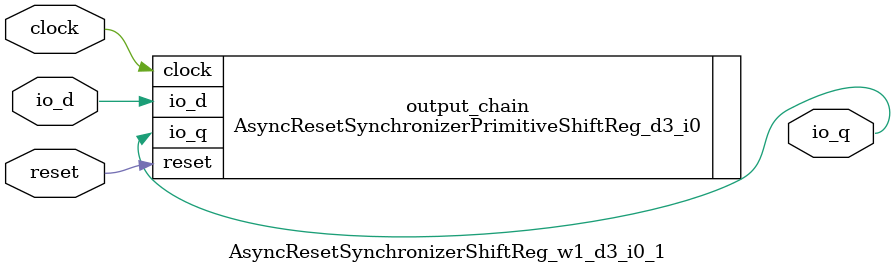
<source format=sv>
module AsyncResetSynchronizerShiftReg_w1_d3_i0_1(	// @[generators/rocket-chip/src/main/scala/util/SynchronizerReg.scala:80:7]
  input  clock,	// @[generators/rocket-chip/src/main/scala/util/SynchronizerReg.scala:80:7]
  input  reset,	// @[generators/rocket-chip/src/main/scala/util/SynchronizerReg.scala:80:7]
  input  io_d,	// @[generators/rocket-chip/src/main/scala/util/ShiftReg.scala:36:14]
  output io_q	// @[generators/rocket-chip/src/main/scala/util/ShiftReg.scala:36:14]
);

  AsyncResetSynchronizerPrimitiveShiftReg_d3_i0 output_chain (	// @[generators/rocket-chip/src/main/scala/util/ShiftReg.scala:45:23]
    .clock (clock),
    .reset (reset),
    .io_d  (io_d),
    .io_q  (io_q)
  );	// @[generators/rocket-chip/src/main/scala/util/ShiftReg.scala:45:23]
endmodule


</source>
